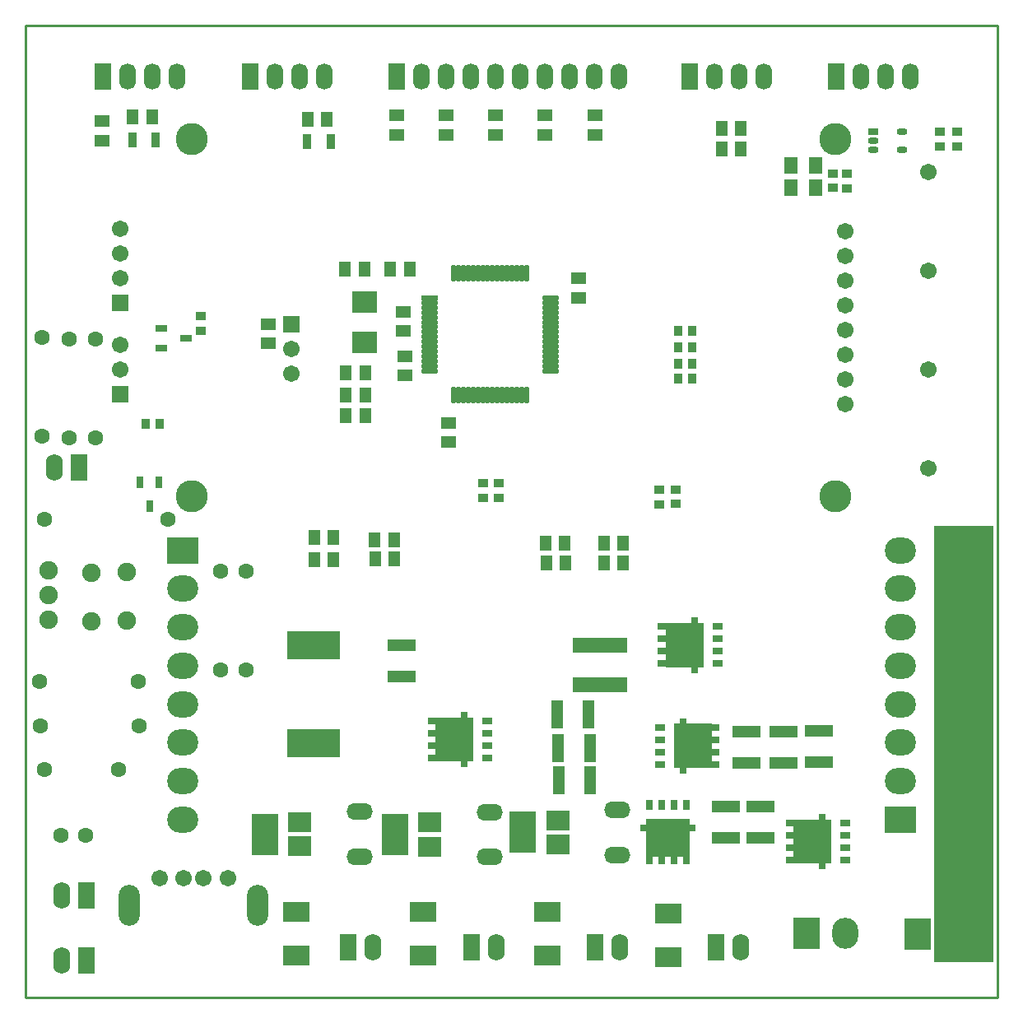
<source format=gts>
%FSLAX25Y25*%
%MOIN*%
G70*
G01*
G75*
G04 Layer_Color=8388736*
%ADD10O,0.06299X0.01181*%
%ADD11R,0.06299X0.01181*%
%ADD12O,0.01181X0.06299*%
%ADD13R,0.05000X0.06000*%
%ADD14R,0.03347X0.02756*%
%ADD15R,0.02756X0.03347*%
%ADD16R,0.03937X0.05118*%
%ADD17R,0.10630X0.03937*%
%ADD18R,0.03543X0.02126*%
%ADD19R,0.01969X0.06299*%
%ADD20R,0.14410X0.07874*%
%ADD21R,0.14410X0.09843*%
%ADD22R,0.21654X0.05630*%
%ADD23R,0.03937X0.10630*%
%ADD24R,0.20866X0.11024*%
%ADD25R,0.05118X0.03937*%
%ADD26R,0.09843X0.15748*%
%ADD27R,0.08661X0.07087*%
%ADD28O,0.09843X0.05906*%
%ADD29R,0.10000X0.07500*%
%ADD30R,0.02126X0.03543*%
%ADD31R,0.06299X0.01969*%
%ADD32R,0.07874X0.14410*%
%ADD33R,0.09843X0.14410*%
%ADD34R,0.02559X0.05315*%
%ADD35R,0.09449X0.08268*%
%ADD36O,0.03543X0.01969*%
%ADD37O,0.03543X0.01969*%
%ADD38R,0.03543X0.01969*%
%ADD39R,0.02362X0.03937*%
%ADD40R,0.03937X0.02362*%
%ADD41C,0.03000*%
%ADD42C,0.00800*%
%ADD43C,0.01000*%
%ADD44C,0.01500*%
%ADD45C,0.04000*%
%ADD46C,0.03500*%
%ADD47C,0.06000*%
%ADD48C,0.01200*%
%ADD49C,0.02000*%
%ADD50C,0.10000*%
%ADD51C,0.08000*%
%ADD52C,0.05000*%
%ADD53R,0.07300X0.29900*%
%ADD54R,0.18900X0.05200*%
%ADD55R,0.04000X0.18600*%
%ADD56R,0.10200X0.04900*%
%ADD57R,0.12367X0.05271*%
%ADD58R,0.44271X0.10500*%
%ADD59R,0.07400X0.15300*%
%ADD60R,0.28371X0.07471*%
%ADD61R,0.10722X0.08773*%
%ADD62R,0.08600X0.43171*%
%ADD63R,0.06400X0.08900*%
%ADD64R,0.10871X0.13938*%
%ADD65R,0.10571X0.09351*%
%ADD66R,0.24300X1.56600*%
%ADD67R,0.50200X0.62200*%
%ADD68R,0.24100X0.17400*%
%ADD69R,0.25624X0.17093*%
%ADD70R,0.23600X0.17400*%
%ADD71C,0.05906*%
%ADD72C,0.12205*%
%ADD73O,0.06000X0.10000*%
%ADD74R,0.06000X0.10000*%
%ADD75O,0.11811X0.09843*%
%ADD76R,0.11811X0.09843*%
%ADD77O,0.05906X0.09843*%
%ADD78R,0.05906X0.09843*%
%ADD79R,0.09843X0.11811*%
%ADD80O,0.09843X0.11811*%
%ADD81R,0.05906X0.05906*%
%ADD82C,0.06693*%
%ADD83C,0.05500*%
%ADD84O,0.07874X0.15748*%
%ADD85C,0.05512*%
%ADD86C,0.03000*%
%ADD87C,0.02000*%
%ADD88C,0.04000*%
%ADD89O,0.05500X0.02500*%
%ADD90R,0.05500X0.02500*%
%ADD91C,0.27559*%
%ADD92O,0.08661X0.02362*%
%ADD93O,0.01181X0.02756*%
%ADD94O,0.02756X0.01181*%
%ADD95R,0.13386X0.07087*%
%ADD96R,0.05200X0.25200*%
%ADD97R,0.18000X0.06400*%
%ADD98R,0.04000X0.22000*%
%ADD99R,0.09100X0.04600*%
%ADD100R,0.18400X0.60700*%
%ADD101R,0.24600X1.31200*%
%ADD102R,0.50100X0.62100*%
%ADD103C,0.00394*%
%ADD104C,0.00500*%
%ADD105C,0.00787*%
%ADD106C,0.00591*%
%ADD107R,0.04724X0.02756*%
%ADD108R,0.01968X0.03543*%
%ADD109R,0.23900X1.76759*%
%ADD110O,0.07099X0.01981*%
%ADD111R,0.07099X0.01981*%
%ADD112O,0.01981X0.07099*%
%ADD113R,0.05800X0.06800*%
%ADD114R,0.04147X0.03556*%
%ADD115R,0.03556X0.04147*%
%ADD116R,0.04737X0.05918*%
%ADD117R,0.11430X0.04737*%
%ADD118R,0.04343X0.02926*%
%ADD119R,0.02769X0.07099*%
%ADD120R,0.15210X0.08674*%
%ADD121R,0.15210X0.10642*%
%ADD122R,0.22453X0.06430*%
%ADD123R,0.04737X0.11430*%
%ADD124R,0.21666X0.11824*%
%ADD125R,0.05918X0.04737*%
%ADD126R,0.10642X0.16548*%
%ADD127R,0.09461X0.07887*%
%ADD128O,0.10642X0.06706*%
%ADD129R,0.10800X0.08300*%
%ADD130R,0.02926X0.04343*%
%ADD131R,0.07099X0.02769*%
%ADD132R,0.08674X0.15210*%
%ADD133R,0.10642X0.15210*%
%ADD134R,0.03359X0.06115*%
%ADD135R,0.10249X0.09068*%
%ADD136O,0.04343X0.02769*%
%ADD137O,0.04343X0.02769*%
%ADD138R,0.04343X0.02769*%
%ADD139R,0.03162X0.04737*%
%ADD140R,0.04737X0.03162*%
%ADD141C,0.06706*%
%ADD142C,0.13005*%
%ADD143O,0.06800X0.10800*%
%ADD144R,0.06800X0.10800*%
%ADD145O,0.12611X0.10642*%
%ADD146R,0.12611X0.10642*%
%ADD147O,0.06706X0.10642*%
%ADD148R,0.06706X0.10642*%
%ADD149R,0.10642X0.12611*%
%ADD150O,0.10642X0.12611*%
%ADD151R,0.06706X0.06706*%
%ADD152C,0.07493*%
%ADD153C,0.06300*%
%ADD154O,0.08674X0.16548*%
%ADD155C,0.06312*%
D43*
X-0Y0D02*
X393701D01*
X-0Y-393701D02*
Y0D01*
Y-393701D02*
X393701D01*
Y0D01*
D109*
X380127Y-291221D02*
D03*
D110*
X163500Y-118274D02*
D03*
Y-112369D02*
D03*
Y-114337D02*
D03*
Y-116305D02*
D03*
Y-120243D02*
D03*
Y-122211D02*
D03*
Y-124179D02*
D03*
Y-126148D02*
D03*
Y-128117D02*
D03*
Y-130085D02*
D03*
Y-132053D02*
D03*
X212713Y-139928D02*
D03*
Y-137959D02*
D03*
Y-135991D02*
D03*
Y-134022D02*
D03*
Y-132053D02*
D03*
Y-130085D02*
D03*
Y-128117D02*
D03*
Y-126148D02*
D03*
Y-124179D02*
D03*
Y-122211D02*
D03*
Y-120243D02*
D03*
Y-118274D02*
D03*
Y-116305D02*
D03*
Y-114337D02*
D03*
Y-112369D02*
D03*
Y-110400D02*
D03*
X163500Y-134022D02*
D03*
Y-137959D02*
D03*
Y-135991D02*
D03*
Y-139928D02*
D03*
D111*
Y-110400D02*
D03*
D112*
X173343Y-149770D02*
D03*
X175311D02*
D03*
X177279D02*
D03*
X179248D02*
D03*
X181217D02*
D03*
X183185D02*
D03*
X185153D02*
D03*
X187122D02*
D03*
X189091D02*
D03*
X191059D02*
D03*
X193028D02*
D03*
X194996D02*
D03*
X196965D02*
D03*
X198933D02*
D03*
X200902D02*
D03*
X202870D02*
D03*
Y-100557D02*
D03*
X200902D02*
D03*
X198933D02*
D03*
X196965D02*
D03*
X194996D02*
D03*
X193028D02*
D03*
X191059D02*
D03*
X189091D02*
D03*
X187122D02*
D03*
X185153D02*
D03*
X183185D02*
D03*
X181217D02*
D03*
X179248D02*
D03*
X177279D02*
D03*
X175311D02*
D03*
X173343D02*
D03*
D113*
X309900Y-65800D02*
D03*
Y-56800D02*
D03*
X320000Y-65900D02*
D03*
Y-56900D02*
D03*
D114*
X377400Y-43094D02*
D03*
Y-49000D02*
D03*
X191700Y-185395D02*
D03*
Y-191300D02*
D03*
X256700Y-194006D02*
D03*
Y-188100D02*
D03*
X263300Y-187995D02*
D03*
Y-193900D02*
D03*
X70800Y-117700D02*
D03*
Y-123606D02*
D03*
X185300Y-191300D02*
D03*
Y-185395D02*
D03*
X332700Y-60100D02*
D03*
Y-66005D02*
D03*
X370177Y-49000D02*
D03*
Y-43095D02*
D03*
X327100Y-65900D02*
D03*
Y-59995D02*
D03*
D115*
X264138Y-123700D02*
D03*
X270043D02*
D03*
X264138Y-130500D02*
D03*
X270043D02*
D03*
X264138Y-137000D02*
D03*
X270043D02*
D03*
X264194Y-143100D02*
D03*
X270100D02*
D03*
X48472Y-161300D02*
D03*
X54377D02*
D03*
D116*
X289777Y-41800D02*
D03*
X281903D02*
D03*
X289677Y-50200D02*
D03*
X281803D02*
D03*
X218677Y-217874D02*
D03*
X210803D02*
D03*
X242077Y-217774D02*
D03*
X234203D02*
D03*
X141500Y-216100D02*
D03*
X149374D02*
D03*
X218377Y-209700D02*
D03*
X210503D02*
D03*
X242077D02*
D03*
X234203D02*
D03*
X141400Y-208300D02*
D03*
X149274D02*
D03*
X51177Y-37000D02*
D03*
X43303D02*
D03*
X129600Y-158100D02*
D03*
X137474D02*
D03*
X122077Y-38200D02*
D03*
X114203D02*
D03*
X137274Y-98700D02*
D03*
X129400D02*
D03*
X137574Y-140600D02*
D03*
X129700D02*
D03*
X137574Y-149800D02*
D03*
X129700D02*
D03*
X155574Y-98900D02*
D03*
X147700D02*
D03*
X116803Y-216300D02*
D03*
X124677D02*
D03*
X116903Y-207400D02*
D03*
X124777D02*
D03*
D117*
X321177Y-298500D02*
D03*
Y-285705D02*
D03*
X292077Y-298700D02*
D03*
Y-285905D02*
D03*
X306977Y-298800D02*
D03*
Y-286005D02*
D03*
X283477Y-329200D02*
D03*
Y-316405D02*
D03*
X152177Y-251000D02*
D03*
Y-263795D02*
D03*
X297477Y-329200D02*
D03*
Y-316405D02*
D03*
D118*
X278955Y-294338D02*
D03*
Y-284338D02*
D03*
X256917D02*
D03*
X278955Y-299338D02*
D03*
X256917Y-294338D02*
D03*
Y-299338D02*
D03*
X278955Y-289338D02*
D03*
X256917D02*
D03*
X258099Y-248562D02*
D03*
Y-258562D02*
D03*
X280137D02*
D03*
X258099Y-243562D02*
D03*
X280137Y-248562D02*
D03*
Y-243562D02*
D03*
X258099Y-253562D02*
D03*
X280137D02*
D03*
X309899Y-328062D02*
D03*
Y-338062D02*
D03*
X331937D02*
D03*
X309899Y-323062D02*
D03*
X331937Y-328062D02*
D03*
Y-323062D02*
D03*
X309899Y-333062D02*
D03*
X331937D02*
D03*
X164999Y-286762D02*
D03*
Y-296762D02*
D03*
X187037D02*
D03*
X164999Y-281762D02*
D03*
X187037Y-286762D02*
D03*
Y-281762D02*
D03*
X164999Y-291762D02*
D03*
X187037D02*
D03*
D119*
X266169Y-283964D02*
D03*
Y-299712D02*
D03*
X270885Y-258936D02*
D03*
Y-243188D02*
D03*
X322685Y-338436D02*
D03*
Y-322688D02*
D03*
X177785Y-297136D02*
D03*
Y-281388D02*
D03*
D120*
X270205Y-287217D02*
D03*
X266850Y-255683D02*
D03*
X318650Y-335183D02*
D03*
X173750Y-293883D02*
D03*
D121*
X270205Y-295459D02*
D03*
X266850Y-247441D02*
D03*
X318650Y-326941D02*
D03*
X173750Y-285641D02*
D03*
D122*
X232777Y-267005D02*
D03*
Y-251100D02*
D03*
D123*
X228077Y-279200D02*
D03*
X215282D02*
D03*
X228677Y-305700D02*
D03*
X215882D02*
D03*
X228477Y-292700D02*
D03*
X215682D02*
D03*
D124*
X116777Y-250936D02*
D03*
Y-290700D02*
D03*
D125*
X230477Y-36400D02*
D03*
Y-44274D02*
D03*
X210452D02*
D03*
Y-36400D02*
D03*
X150377D02*
D03*
Y-44274D02*
D03*
X98277Y-128800D02*
D03*
Y-120926D02*
D03*
X170402Y-36400D02*
D03*
Y-44274D02*
D03*
X190427Y-36400D02*
D03*
Y-44274D02*
D03*
X152800Y-123900D02*
D03*
Y-116026D02*
D03*
X153500Y-134026D02*
D03*
Y-141900D02*
D03*
X171200Y-160926D02*
D03*
Y-168800D02*
D03*
X223900Y-110374D02*
D03*
Y-102500D02*
D03*
X31077Y-46574D02*
D03*
Y-38700D02*
D03*
D126*
X201298Y-326900D02*
D03*
X149498Y-327800D02*
D03*
X96798Y-327600D02*
D03*
D127*
X215471Y-321979D02*
D03*
X215471Y-331821D02*
D03*
X163671Y-322879D02*
D03*
X163671Y-332721D02*
D03*
X110971Y-322679D02*
D03*
X110971Y-332521D02*
D03*
D128*
X239683Y-317845D02*
D03*
Y-335955D02*
D03*
X187883Y-318745D02*
D03*
Y-336855D02*
D03*
X135183Y-318545D02*
D03*
Y-336655D02*
D03*
D129*
X161026Y-376600D02*
D03*
Y-359100D02*
D03*
X211174Y-376600D02*
D03*
Y-359100D02*
D03*
X109677Y-376700D02*
D03*
Y-359200D02*
D03*
X260177Y-377400D02*
D03*
Y-359900D02*
D03*
D130*
X257656Y-337750D02*
D03*
X267656D02*
D03*
Y-315713D02*
D03*
X252656Y-337750D02*
D03*
X257656Y-315713D02*
D03*
X252656D02*
D03*
X262656Y-337750D02*
D03*
Y-315713D02*
D03*
D131*
X268030Y-324965D02*
D03*
X252282D02*
D03*
D132*
X264777Y-329000D02*
D03*
D133*
X256535D02*
D03*
D134*
X52626Y-46500D02*
D03*
X43177D02*
D03*
X123526Y-47200D02*
D03*
X114077D02*
D03*
D135*
X137300Y-128568D02*
D03*
Y-112032D02*
D03*
D136*
X343277Y-50480D02*
D03*
Y-46740D02*
D03*
X355088Y-50480D02*
D03*
D137*
Y-43000D02*
D03*
D138*
X343277D02*
D03*
D139*
X54077Y-185000D02*
D03*
X50140Y-194843D02*
D03*
X46203Y-185000D02*
D03*
D140*
X55077Y-122700D02*
D03*
X64920Y-126637D02*
D03*
X55077Y-130574D02*
D03*
D141*
X332000Y-83400D02*
D03*
Y-93400D02*
D03*
Y-103400D02*
D03*
Y-113400D02*
D03*
Y-123400D02*
D03*
Y-133400D02*
D03*
Y-143400D02*
D03*
Y-153400D02*
D03*
X365600Y-59400D02*
D03*
Y-99367D02*
D03*
Y-139333D02*
D03*
Y-179300D02*
D03*
X38377Y-129500D02*
D03*
Y-139500D02*
D03*
X107677Y-141000D02*
D03*
Y-131000D02*
D03*
X38177Y-102300D02*
D03*
Y-92300D02*
D03*
Y-82300D02*
D03*
X54277Y-345300D02*
D03*
X64120D02*
D03*
X71994D02*
D03*
X81836D02*
D03*
D142*
X328063Y-46117D02*
D03*
X67197D02*
D03*
Y-190683D02*
D03*
X328063D02*
D03*
D143*
X14677Y-352300D02*
D03*
X14477Y-378800D02*
D03*
X240777Y-373350D02*
D03*
X190627D02*
D03*
X140477D02*
D03*
X289477Y-373300D02*
D03*
X11577Y-179200D02*
D03*
D144*
X24677Y-352300D02*
D03*
X24477Y-378800D02*
D03*
X230777Y-373350D02*
D03*
X180627D02*
D03*
X130477D02*
D03*
X279477Y-373300D02*
D03*
X21577Y-179200D02*
D03*
D145*
X354331Y-306142D02*
D03*
Y-290551D02*
D03*
Y-259370D02*
D03*
Y-274961D02*
D03*
Y-212598D02*
D03*
Y-228189D02*
D03*
Y-243780D02*
D03*
X63779Y-290551D02*
D03*
Y-306142D02*
D03*
Y-321733D02*
D03*
Y-259370D02*
D03*
Y-274961D02*
D03*
Y-243780D02*
D03*
Y-228189D02*
D03*
D146*
X354331Y-321733D02*
D03*
X63779Y-212598D02*
D03*
D147*
X100877Y-20700D02*
D03*
X120877D02*
D03*
X110877D02*
D03*
X41177D02*
D03*
X61177D02*
D03*
X51177D02*
D03*
X288977D02*
D03*
X298977D02*
D03*
X278977D02*
D03*
X348377D02*
D03*
X358377D02*
D03*
X338377D02*
D03*
X170177D02*
D03*
X180177D02*
D03*
X160177D02*
D03*
X190177D02*
D03*
X200177D02*
D03*
X240177D02*
D03*
X230177D02*
D03*
X220177D02*
D03*
X210177D02*
D03*
D148*
X90877D02*
D03*
X31177D02*
D03*
X268977D02*
D03*
X328377D02*
D03*
X150177D02*
D03*
D149*
X316287Y-367800D02*
D03*
X361387Y-368000D02*
D03*
D150*
X331877Y-367800D02*
D03*
X376977Y-368000D02*
D03*
D151*
X38377Y-149500D02*
D03*
X107677Y-121000D02*
D03*
X38177Y-112300D02*
D03*
D152*
X40977Y-241085D02*
D03*
Y-221400D02*
D03*
X26577Y-241285D02*
D03*
Y-221600D02*
D03*
X9377Y-240700D02*
D03*
Y-230700D02*
D03*
Y-220700D02*
D03*
D153*
X24177Y-328000D02*
D03*
X14177D02*
D03*
D154*
X42072Y-356324D02*
D03*
X94041D02*
D03*
D155*
X5877Y-283600D02*
D03*
X45877D02*
D03*
X7677Y-301300D02*
D03*
X37677D02*
D03*
X5577Y-265600D02*
D03*
X45577D02*
D03*
X6677Y-166500D02*
D03*
Y-126500D02*
D03*
X17477Y-167100D02*
D03*
Y-127100D02*
D03*
X28377Y-167100D02*
D03*
Y-127100D02*
D03*
X79077Y-221100D02*
D03*
Y-261100D02*
D03*
X89377Y-221000D02*
D03*
Y-261000D02*
D03*
X57500Y-200100D02*
D03*
X7500D02*
D03*
M02*

</source>
